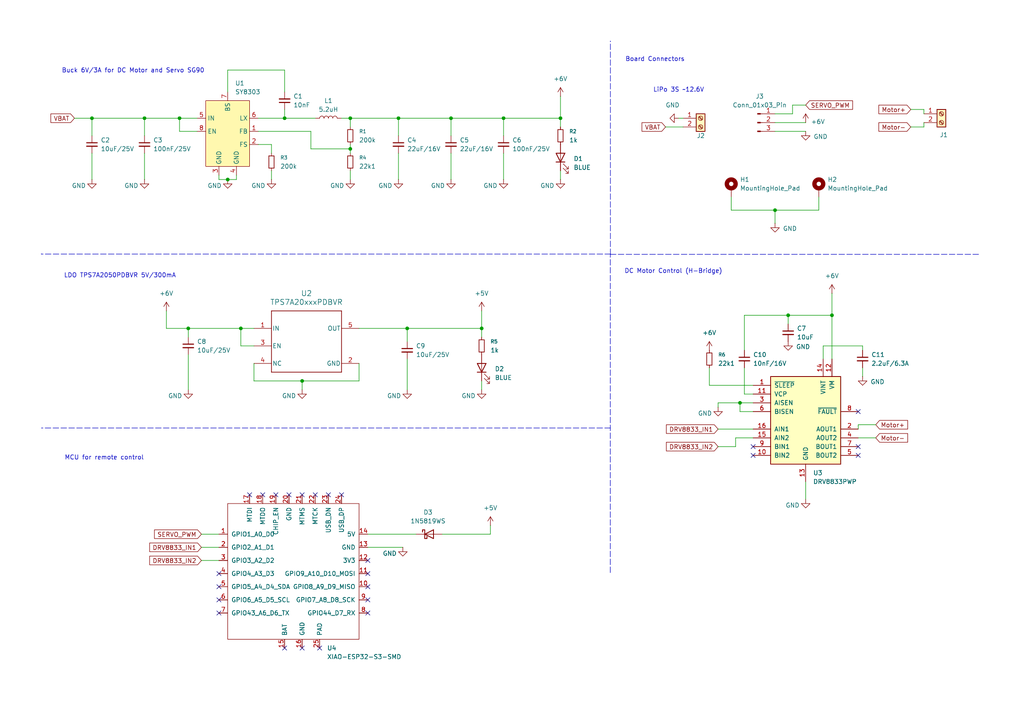
<source format=kicad_sch>
(kicad_sch (version 20250114) (generator "eeschema") (generator_version "9.0")
  (paper "A4")
  (title_block (title "Favorit Control Board") (rev "Rev1"))
  (lib_symbols
    (symbol "Connector:Conn_01x03_Pin" (pin_names (offset 1.016) (hide yes))
      (property "Reference" "J" (at 0 5.08 0))
      (property "Value" "Conn_01x03_Pin" (at 0 -5.08 0))
      (symbol "Conn_01x03_Pin_1_1"
        (rectangle (start 0.8636 2.667) (end 0 2.413) (stroke (width 0.1524)) (fill (type outline)))
        (rectangle (start 0.8636 0.127) (end 0 -0.127) (stroke (width 0.1524)) (fill (type outline)))
        (rectangle (start 0.8636 -2.413) (end 0 -2.667) (stroke (width 0.1524)) (fill (type outline)))
        (polyline (pts (xy 1.27 2.54) (xy 0.8636 2.54)) (stroke (width 0.1524)))
        (polyline (pts (xy 1.27 0) (xy 0.8636 0)) (stroke (width 0.1524)))
        (polyline (pts (xy 1.27 -2.54) (xy 0.8636 -2.54)) (stroke (width 0.1524)))
        (pin passive line (at 5.08 2.54 180) (length 3.81) (name "Pin_1") (number "1"))
        (pin passive line (at 5.08 0 180) (length 3.81) (name "Pin_2") (number "2"))
        (pin passive line (at 5.08 -2.54 180) (length 3.81) (name "Pin_3") (number "3"))
      )
    )
    (symbol "Connector:Screw_Terminal_01x02" (pin_names (offset 1.016) (hide yes))
      (property "Reference" "J" (at 0 2.54 0))
      (property "Value" "Screw_Terminal_01x02" (at 0 -5.08 0))
      (symbol "Screw_Terminal_01x02_1_1"
        (rectangle (start -1.27 1.27) (end 1.27 -3.81) (stroke (width 0.254)) (fill (type background)))
        (polyline (pts (xy -0.5334 0.3302) (xy 0.3302 -0.508)) (stroke (width 0.1524)))
        (polyline (pts (xy -0.5334 -2.2098) (xy 0.3302 -3.048)) (stroke (width 0.1524)))
        (polyline (pts (xy -0.3556 0.508) (xy 0.508 -0.3302)) (stroke (width 0.1524)))
        (polyline (pts (xy -0.3556 -2.032) (xy 0.508 -2.8702)) (stroke (width 0.1524)))
        (circle (center 0 0) (radius 0.635) (stroke (width 0.1524)))
        (circle (center 0 -2.54) (radius 0.635) (stroke (width 0.1524)))
        (pin passive line (at -5.08 0 0) (length 3.81) (name "Pin_1") (number "1"))
        (pin passive line (at -5.08 -2.54 0) (length 3.81) (name "Pin_2") (number "2"))
      )
    )
    (symbol "Device:C_Small" (pin_numbers (hide yes)) (pin_names (offset 0.254) (hide yes))
      (property "Reference" "C" (at 0.254 1.778 0))
      (property "Value" "C_Small" (at 0.254 -2.032 0))
      (symbol "C_Small_0_1"
        (polyline (pts (xy -1.524 0.508) (xy 1.524 0.508)) (stroke (width 0.3048)))
        (polyline (pts (xy -1.524 -0.508) (xy 1.524 -0.508)) (stroke (width 0.3302)))
      )
      (symbol "C_Small_1_1"
        (pin passive line (at 0 2.54 270) (length 2.032) (name "~") (number "1"))
        (pin passive line (at 0 -2.54 90) (length 2.032) (name "~") (number "2"))
      )
    )
    (symbol "Device:L" (pin_numbers (hide yes)) (pin_names (offset 1.016) (hide yes))
      (property "Reference" "L" (at -1.27 0 90))
      (property "Value" "L" (at 1.905 0 90))
      (symbol "L_0_1"
        (arc (start 0 2.54) (mid 0.6323 1.905) (end 0 1.27))
        (arc (start 0 1.27) (mid 0.6323 0.635) (end 0 0))
        (arc (start 0 0) (mid 0.6323 -0.635) (end 0 -1.27))
        (arc (start 0 -1.27) (mid 0.6323 -1.905) (end 0 -2.54))
      )
      (symbol "L_1_1"
        (pin passive line (at 0 3.81 270) (length 1.27) (name "1") (number "1"))
        (pin passive line (at 0 -3.81 90) (length 1.27) (name "2") (number "2"))
      )
    )
    (symbol "Device:LED" (pin_numbers (hide yes)) (pin_names (offset 1.016) (hide yes))
      (property "Reference" "D" (at 0 2.54 0))
      (property "Value" "LED" (at 0 -2.54 0))
      (symbol "LED_0_1"
        (polyline (pts (xy -3.048 -0.762) (xy -4.572 -2.286) (xy -3.81 -2.286) (xy -4.572 -2.286) (xy -4.572 -1.524)))
        (polyline (pts (xy -1.778 -0.762) (xy -3.302 -2.286) (xy -2.54 -2.286) (xy -3.302 -2.286) (xy -3.302 -1.524)))
        (polyline (pts (xy -1.27 0) (xy 1.27 0)))
        (polyline (pts (xy -1.27 -1.27) (xy -1.27 1.27)) (stroke (width 0.254)))
        (polyline (pts (xy 1.27 -1.27) (xy 1.27 1.27) (xy -1.27 0) (xy 1.27 -1.27)) (stroke (width 0.254)))
      )
      (symbol "LED_1_1"
        (pin passive line (at -3.81 0 0) (length 2.54) (name "K") (number "1"))
        (pin passive line (at 3.81 0 180) (length 2.54) (name "A") (number "2"))
      )
    )
    (symbol "Device:R_Small" (pin_numbers (hide yes)) (pin_names (offset 0.254) (hide yes))
      (property "Reference" "R" (at 0 0 90))
      (property "Value" "R_Small" (at 1.778 0 90))
      (symbol "R_Small_0_1"
        (rectangle (start -0.762 1.778) (end 0.762 -1.778) (stroke (width 0.2032)))
      )
      (symbol "R_Small_1_1"
        (pin passive line (at 0 2.54 270) (length 0.762) (name "~") (number "1"))
        (pin passive line (at 0 -2.54 90) (length 0.762) (name "~") (number "2"))
      )
    )
    (symbol "Diode:1N5819WS" (pin_numbers (hide yes)) (pin_names (offset 1.016) (hide yes))
      (property "Reference" "D" (at 0 2.54 0))
      (property "Value" "1N5819WS" (at 0 -2.54 0))
      (symbol "1N5819WS_0_1"
        (polyline (pts (xy -1.905 0.635) (xy -1.905 1.27) (xy -1.27 1.27) (xy -1.27 -1.27) (xy -0.635 -1.27) (xy -0.635 -0.635)) (stroke (width 0.254)))
        (polyline (pts (xy 1.27 1.27) (xy 1.27 -1.27) (xy -1.27 0) (xy 1.27 1.27)) (stroke (width 0.254)))
        (polyline (pts (xy 1.27 0) (xy -1.27 0)))
      )
      (symbol "1N5819WS_1_1"
        (pin passive line (at -3.81 0 0) (length 2.54) (name "K") (number "1"))
        (pin passive line (at 3.81 0 180) (length 2.54) (name "A") (number "2"))
      )
    )
    (symbol "Driver_Motor:DRV8833PWP" (pin_names (offset 1.016))
      (property "Reference" "U" (at -3.81 16.51 0))
      (property "Value" "DRV8833PWP" (at -3.81 13.97 0))
      (symbol "DRV8833PWP_0_1"
        (rectangle (start -10.16 12.7) (end 10.16 -12.7) (stroke (width 0.254)) (fill (type background)))
      )
      (symbol "DRV8833PWP_1_1"
        (pin input line (at -15.24 10.16 0) (length 5.08) (name "~{SLEEP}") (number "1"))
        (pin bidirectional line (at -15.24 7.62 0) (length 5.08) (name "VCP") (number "11"))
        (pin bidirectional line (at -15.24 5.08 0) (length 5.08) (name "AISEN") (number "3"))
        (pin bidirectional line (at -15.24 2.54 0) (length 5.08) (name "BISEN") (number "6"))
        (pin input line (at -15.24 -2.54 0) (length 5.08) (name "AIN1") (number "16"))
        (pin input line (at -15.24 -5.08 0) (length 5.08) (name "AIN2") (number "15"))
        (pin input line (at -15.24 -7.62 0) (length 5.08) (name "BIN1") (number "9"))
        (pin input line (at -15.24 -10.16 0) (length 5.08) (name "BIN2") (number "10"))
        (pin power_in line (at 0 -17.78 90) (length 5.08) (name "GND") (number "13"))
        (pin passive line (at 0 -17.78 90) (length 5.08) (hide yes) (name "GND") (number "17"))
        (pin power_in line (at 5.08 17.78 270) (length 5.08) (name "VINT") (number "14"))
        (pin power_in line (at 7.62 17.78 270) (length 5.08) (name "VM") (number "12"))
        (pin open_collector line (at 15.24 2.54 180) (length 5.08) (name "~{FAULT}") (number "8"))
        (pin power_out line (at 15.24 -2.54 180) (length 5.08) (name "AOUT1") (number "2"))
        (pin power_out line (at 15.24 -5.08 180) (length 5.08) (name "AOUT2") (number "4"))
        (pin power_out line (at 15.24 -7.62 180) (length 5.08) (name "BOUT1") (number "7"))
        (pin power_out line (at 15.24 -10.16 180) (length 5.08) (name "BOUT2") (number "5"))
      )
    )
    (symbol "Mechanical:MountingHole_Pad" (pin_numbers (hide yes)) (pin_names (offset 1.016) (hide yes)) (in_bom no)
      (property "Reference" "H" (at 0 6.35 0))
      (property "Value" "MountingHole_Pad" (at 0 4.445 0))
      (symbol "MountingHole_Pad_0_1"
        (circle (center 0 1.27) (radius 1.27) (stroke (width 1.27)))
      )
      (symbol "MountingHole_Pad_1_1"
        (pin input line (at 0 -2.54 90) (length 2.54) (name "1") (number "1"))
      )
    )
    (symbol "MyOwnSymbolLib:SY8303"
      (property "Reference" "U1" (at 2.1433 11.43 0))
      (property "Value" "SY8303" (at 2.1433 8.89 0))
      (symbol "SY8303_0_1"
        (rectangle (start -6.35 6.35) (end 6.35 -12.7) (fill (type color) (color 255 248 175 1)))
      )
      (symbol "SY8303_1_1"
        (pin input line (at -8.89 1.27 0) (length 2.54) (name "IN") (number "5"))
        (pin input line (at -8.89 -2.54 0) (length 2.54) (name "EN") (number "8"))
        (pin input line (at -2.54 -15.24 90) (length 2.54) (name "GND") (number "3"))
        (pin input line (at 0 8.89 270) (length 2.54) (name "BS") (number "7"))
        (pin input line (at 2.54 -15.24 90) (length 2.54) (name "GND") (number "4"))
        (pin input line (at 8.89 1.27 180) (length 2.54) (name "LX") (number "6"))
        (pin input line (at 8.89 -2.54 180) (length 2.54) (name "FB") (number "1"))
        (pin input line (at 8.89 -6.35 180) (length 2.54) (name "FS") (number "2"))
      )
    )
    (symbol "Seeed_Studio_XIAO_Series:XIAO-ESP32-S3-SMD" (pin_names (offset 1.016))
      (property "Reference" "U" (at -18.542 23.114 0))
      (property "Value" "XIAO-ESP32-S3-SMD" (at -8.382 21.336 0))
      (symbol "XIAO-ESP32-S3-SMD_0_1"
        (rectangle (start 19.05 -19.05) (end -19.05 20.32))
      )
      (symbol "XIAO-ESP32-S3-SMD_1_1"
        (pin passive line (at -21.59 11.43 0) (length 2.54) (name "GPIO1_A0_D0") (number "1"))
        (pin passive line (at -21.59 7.62 0) (length 2.54) (name "GPIO2_A1_D1") (number "2"))
        (pin passive line (at -21.59 3.81 0) (length 2.54) (name "GPIO3_A2_D2") (number "3"))
        (pin passive line (at -21.59 0 0) (length 2.54) (name "GPIO4_A3_D3") (number "4"))
        (pin passive line (at -21.59 -3.81 0) (length 2.54) (name "GPIO5_A4_D4_SDA") (number "5"))
        (pin passive line (at -21.59 -7.62 0) (length 2.54) (name "GPIO6_A5_D5_SCL") (number "6"))
        (pin passive line (at -21.59 -11.43 0) (length 2.54) (name "GPIO43_A6_D6_TX") (number "7"))
        (pin passive line (at -12.7 22.86 270) (length 2.54) (name "MTDI") (number "17"))
        (pin passive line (at -8.89 22.86 270) (length 2.54) (name "MTDO") (number "18"))
        (pin passive line (at -5.08 22.86 270) (length 2.54) (name "CHIP_EN") (number "19"))
        (pin passive line (at -2.54 -21.59 90) (length 2.54) (name "BAT") (number "15"))
        (pin passive line (at -1.27 22.86 270) (length 2.54) (name "GND") (number "20"))
        (pin passive line (at 2.54 22.86 270) (length 2.54) (name "MTMS") (number "21"))
        (pin passive line (at 2.54 -21.59 90) (length 2.54) (name "GND") (number "16"))
        (pin passive line (at 6.35 22.86 270) (length 2.54) (name "MTCK") (number "22"))
        (pin passive line (at 7.62 -21.59 90) (length 2.54) (name "PAD") (number "25"))
        (pin passive line (at 10.16 22.86 270) (length 2.54) (name "USB_DN") (number "23"))
        (pin passive line (at 13.97 22.86 270) (length 2.54) (name "USB_DP") (number "24"))
        (pin passive line (at 21.59 11.43 180) (length 2.54) (name "5V") (number "14"))
        (pin passive line (at 21.59 7.62 180) (length 2.54) (name "GND") (number "13"))
        (pin passive line (at 21.59 3.81 180) (length 2.54) (name "3V3") (number "12"))
        (pin passive line (at 21.59 0 180) (length 2.54) (name "GPIO9_A10_D10_MOSI") (number "11"))
        (pin passive line (at 21.59 -3.81 180) (length 2.54) (name "GPIO8_A9_D9_MISO") (number "10"))
        (pin passive line (at 21.59 -7.62 180) (length 2.54) (name "GPIO7_A8_D8_SCK") (number "9"))
        (pin passive line (at 21.59 -11.43 180) (length 2.54) (name "GPIO44_D7_RX") (number "8"))
      )
    )
    (symbol "TPS7A20:TPS7A2033PDBVR" (pin_names (offset 0.254))
      (property "Reference" "U2" (at 15.24 10.16 0))
      (property "Value" "TPS7A20xxxPDBVR" (at 15.24 7.62 0))
      (symbol "TPS7A2033PDBVR_0_1"
        (polyline (pts (xy 5.08 5.08) (xy 5.08 -12.7)) (stroke (width 0.2032)))
        (polyline (pts (xy 5.08 -12.7) (xy 25.4 -12.7)) (stroke (width 0.2032)))
        (polyline (pts (xy 25.4 5.08) (xy 5.08 5.08)) (stroke (width 0.2032)))
        (polyline (pts (xy 25.4 -12.7) (xy 25.4 5.08)) (stroke (width 0.2032)))
        (pin power_in line (at 0 0 0) (length 5.08) (name "IN") (number "1"))
        (pin input line (at 0 -5.08 0) (length 5.08) (name "EN") (number "3"))
      )
      (symbol "TPS7A2033PDBVR_1_1"
        (pin input line (at 0 -10.16 0) (length 5.08) (name "NC") (number "4"))
        (pin power_out line (at 30.48 0 180) (length 5.08) (name "OUT") (number "5"))
        (pin input line (at 30.48 -10.16 180) (length 5.08) (name "GND") (number "2"))
      )
    )
    (symbol "power:+5V" (power) (pin_numbers (hide yes)) (pin_names (offset 0) (hide yes))
      (property "Value" "+5V" (at 0 3.556 0))
      (symbol "+5V_0_1"
        (polyline (pts (xy -0.762 1.27) (xy 0 2.54)))
        (polyline (pts (xy 0 2.54) (xy 0.762 1.27)))
        (polyline (pts (xy 0 0) (xy 0 2.54)))
      )
      (symbol "+5V_1_1"
        (pin power_in line (at 0 0 90) (length 0) (name "~") (number "1"))
      )
    )
    (symbol "power:+6V" (power) (pin_numbers (hide yes)) (pin_names (offset 0) (hide yes))
      (property "Value" "+6V" (at 0 3.556 0))
      (symbol "+6V_0_1"
        (polyline (pts (xy -0.762 1.27) (xy 0 2.54)))
        (polyline (pts (xy 0 2.54) (xy 0.762 1.27)))
        (polyline (pts (xy 0 0) (xy 0 2.54)))
      )
      (symbol "+6V_1_1"
        (pin power_in line (at 0 0 90) (length 0) (name "~") (number "1"))
      )
    )
    (symbol "power:GND" (power) (pin_numbers (hide yes)) (pin_names (offset 0) (hide yes))
      (property "Value" "GND" (at 0 -3.81 0))
      (symbol "GND_0_1"
        (polyline (pts (xy 0 0) (xy 0 -1.27) (xy 1.27 -1.27) (xy 0 -2.54) (xy -1.27 -1.27) (xy 0 -1.27)))
      )
      (symbol "GND_1_1"
        (pin power_in line (at 0 0 270) (length 0) (name "~") (number "1"))
      )
    )
  )
  (text "Buck 6V/3A for DC Motor and Servo SG90" (at 38.608 20.574 0) (effects (font (size 1.27 1.27))))
  (text "DC Motor Control (H-Bridge)\n" (at 195.326 78.74 0) (effects (font (size 1.27 1.27))))
  (text "LDO TPS7A2050PDBVR 5V/300mA" (at 34.798 80.01 0) (effects (font (size 1.27 1.27))))
  (text "Board Connectors" (at 189.992 17.272 0) (effects (font (size 1.27 1.27))))
  (text "MCU for remote control " (at 30.734 132.842 0) (effects (font (size 1.27 1.27))))
  (text "LiPo 3S ~12.6V" (at 196.85 26.162 0) (effects (font (size 1.27 1.27))))
  (junction (at 101.6 34.29))
  (junction (at 82.55 34.29))
  (junction (at 139.7 95.25))
  (junction (at 162.56 34.29))
  (junction (at 146.05 34.29))
  (junction (at 41.91 34.29))
  (junction (at 54.61 95.25))
  (junction (at 224.79 60.96))
  (junction (at 214.63 116.84))
  (junction (at 130.81 34.29))
  (junction (at 228.6 91.44))
  (junction (at 66.04 52.07))
  (junction (at 69.85 95.25))
  (junction (at 101.6 43.18))
  (junction (at 241.3 91.44))
  (junction (at 26.67 34.29))
  (junction (at 52.07 34.29))
  (junction (at 118.11 95.25))
  (junction (at 87.63 110.49))
  (junction (at 115.57 34.29))
  (no_connect (at 248.92 119.38))
  (no_connect (at 106.68 166.37))
  (no_connect (at 106.68 177.8))
  (no_connect (at 248.92 132.08))
  (no_connect (at 91.44 143.51))
  (no_connect (at 106.68 173.99))
  (no_connect (at 106.68 162.56))
  (no_connect (at 218.44 129.54))
  (no_connect (at 80.01 143.51))
  (no_connect (at 92.71 187.96))
  (no_connect (at 218.44 132.08))
  (no_connect (at 82.55 187.96))
  (no_connect (at 63.5 170.18))
  (no_connect (at 95.25 143.51))
  (no_connect (at 76.2 143.51))
  (no_connect (at 72.39 143.51))
  (no_connect (at 63.5 173.99))
  (no_connect (at 63.5 166.37))
  (no_connect (at 106.68 170.18))
  (no_connect (at 248.92 129.54))
  (no_connect (at 99.06 143.51))
  (no_connect (at 63.5 177.8))
  (no_connect (at 87.63 143.51))
  (no_connect (at 83.82 143.51))
  (no_connect (at 87.63 187.96))
  (wire (pts (xy 215.9 114.3) (xy 215.9 106.68)))
  (wire (pts (xy 41.91 34.29) (xy 52.07 34.29)))
  (wire (pts (xy 215.9 91.44) (xy 215.9 101.6)))
  (wire (pts (xy 68.58 52.07) (xy 66.04 52.07)))
  (wire (pts (xy 99.06 34.29) (xy 101.6 34.29)))
  (wire (pts (xy 118.11 95.25) (xy 139.7 95.25)))
  (wire (pts (xy 115.57 34.29) (xy 115.57 39.37)))
  (wire (pts (xy 218.44 114.3) (xy 215.9 114.3)))
  (wire (pts (xy 128.27 154.94) (xy 142.24 154.94)))
  (wire (pts (xy 104.14 95.25) (xy 118.11 95.25)))
  (wire (pts (xy 233.68 139.7) (xy 233.68 144.78)))
  (wire (pts (xy 162.56 49.53) (xy 162.56 52.07)))
  (wire (pts (xy 118.11 95.25) (xy 118.11 99.06)))
  (wire (pts (xy 241.3 85.09) (xy 241.3 91.44)))
  (wire (pts (xy 229.87 30.48) (xy 233.68 30.48)))
  (wire (pts (xy 212.09 57.15) (xy 212.09 60.96)))
  (wire (pts (xy 228.6 93.98) (xy 228.6 91.44)))
  (wire (pts (xy 74.93 34.29) (xy 82.55 34.29)))
  (wire (pts (xy 142.24 152.4) (xy 142.24 154.94)))
  (wire (pts (xy 214.63 119.38) (xy 218.44 119.38)))
  (wire (pts (xy 267.97 36.83) (xy 267.97 35.56)))
  (wire (pts (xy 90.17 38.1) (xy 90.17 43.18)))
  (wire (pts (xy 48.26 90.17) (xy 48.26 95.25)))
  (wire (pts (xy 115.57 34.29) (xy 130.81 34.29)))
  (polyline (pts (xy 177.0166 11.9295) (xy 177.0453 11.9295)) (stroke (width 0) (type dash)))
  (wire (pts (xy 250.19 100.33) (xy 250.19 101.6)))
  (wire (pts (xy 214.63 116.84) (xy 214.63 119.38)))
  (wire (pts (xy 106.68 158.75) (xy 116.84 158.75)))
  (wire (pts (xy 139.7 110.49) (xy 139.7 113.03)))
  (wire (pts (xy 205.74 111.76) (xy 205.74 106.68)))
  (wire (pts (xy 78.74 44.45) (xy 78.74 41.91)))
  (wire (pts (xy 250.19 106.68) (xy 250.19 109.22)))
  (wire (pts (xy 73.66 100.33) (xy 69.85 100.33)))
  (wire (pts (xy 57.15 38.1) (xy 52.07 38.1)))
  (wire (pts (xy 68.58 50.8) (xy 68.58 52.07)))
  (wire (pts (xy 146.05 44.45) (xy 146.05 52.07)))
  (wire (pts (xy 73.66 110.49) (xy 87.63 110.49)))
  (wire (pts (xy 118.11 104.14) (xy 118.11 113.03)))
  (wire (pts (xy 74.93 38.1) (xy 90.17 38.1)))
  (wire (pts (xy 248.92 127) (xy 254 127)))
  (wire (pts (xy 215.9 91.44) (xy 228.6 91.44)))
  (wire (pts (xy 106.68 154.94) (xy 120.65 154.94)))
  (wire (pts (xy 41.91 34.29) (xy 41.91 39.37)))
  (wire (pts (xy 101.6 43.18) (xy 101.6 44.45)))
  (wire (pts (xy 58.42 154.94) (xy 63.5 154.94)))
  (wire (pts (xy 208.28 124.46) (xy 218.44 124.46)))
  (wire (pts (xy 264.16 31.75) (xy 267.97 31.75)))
  (wire (pts (xy 224.79 35.56) (xy 233.68 35.56)))
  (wire (pts (xy 238.76 104.14) (xy 238.76 100.33)))
  (wire (pts (xy 101.6 34.29) (xy 115.57 34.29)))
  (wire (pts (xy 82.55 31.75) (xy 82.55 34.29)))
  (wire (pts (xy 241.3 91.44) (xy 241.3 104.14)))
  (wire (pts (xy 52.07 34.29) (xy 57.15 34.29)))
  (wire (pts (xy 66.04 20.32) (xy 66.04 26.67)))
  (polyline (pts (xy 177.0051 166.0838) (xy 177.0051 73.7641)) (stroke (width 0) (type dash)))
  (polyline (pts (xy 12.0659 124.1358) (xy 12.0659 124.1567)) (stroke (width 0) (type dash)))
  (wire (pts (xy 48.26 95.25) (xy 54.61 95.25)))
  (wire (pts (xy 162.56 34.29) (xy 162.56 36.83)))
  (wire (pts (xy 212.09 60.96) (xy 224.79 60.96)))
  (wire (pts (xy 69.85 100.33) (xy 69.85 95.25)))
  (wire (pts (xy 238.76 100.33) (xy 250.19 100.33)))
  (wire (pts (xy 264.16 36.83) (xy 267.97 36.83)))
  (wire (pts (xy 213.36 127) (xy 213.36 129.54)))
  (wire (pts (xy 66.04 52.07) (xy 63.5 52.07)))
  (wire (pts (xy 224.79 33.02) (xy 229.87 33.02)))
  (wire (pts (xy 54.61 95.25) (xy 54.61 97.79)))
  (wire (pts (xy 224.79 38.1) (xy 233.68 38.1)))
  (wire (pts (xy 196.85 34.29) (xy 198.12 34.29)))
  (wire (pts (xy 63.5 52.07) (xy 63.5 50.8)))
  (polyline (pts (xy 177.0051 73.7641) (xy 284.2842 73.764)) (stroke (width 0) (type dash)))
  (wire (pts (xy 130.81 34.29) (xy 130.81 39.37)))
  (wire (pts (xy 208.28 116.84) (xy 208.28 118.11)))
  (wire (pts (xy 73.66 105.41) (xy 73.66 110.49)))
  (wire (pts (xy 248.92 123.19) (xy 248.92 124.46)))
  (wire (pts (xy 101.6 41.91) (xy 101.6 43.18)))
  (wire (pts (xy 229.87 33.02) (xy 229.87 30.48)))
  (wire (pts (xy 90.17 43.18) (xy 101.6 43.18)))
  (wire (pts (xy 78.74 49.53) (xy 78.74 52.07)))
  (wire (pts (xy 41.91 44.45) (xy 41.91 52.07)))
  (wire (pts (xy 228.6 91.44) (xy 241.3 91.44)))
  (wire (pts (xy 101.6 36.83) (xy 101.6 34.29)))
  (polyline (pts (xy 177.0453 73.8532) (xy 177.0453 11.9295)) (stroke (width 0) (type dash)))
  (wire (pts (xy 139.7 90.17) (xy 139.7 95.25)))
  (wire (pts (xy 104.14 105.41) (xy 104.14 110.49)))
  (wire (pts (xy 58.42 158.75) (xy 63.5 158.75)))
  (wire (pts (xy 130.81 44.45) (xy 130.81 52.07)))
  (wire (pts (xy 82.55 20.32) (xy 66.04 20.32)))
  (wire (pts (xy 101.6 49.53) (xy 101.6 52.07)))
  (wire (pts (xy 162.56 27.94) (xy 162.56 34.29)))
  (polyline (pts (xy 12.0089 73.6048) (xy 12.0089 73.6875)) (stroke (width 0) (type dash)))
  (wire (pts (xy 82.55 34.29) (xy 91.44 34.29)))
  (wire (pts (xy 213.36 129.54) (xy 208.28 129.54)))
  (wire (pts (xy 54.61 95.25) (xy 69.85 95.25)))
  (wire (pts (xy 193.04 36.83) (xy 198.12 36.83)))
  (wire (pts (xy 139.7 95.25) (xy 139.7 97.79)))
  (wire (pts (xy 218.44 116.84) (xy 214.63 116.84)))
  (wire (pts (xy 58.42 162.56) (xy 63.5 162.56)))
  (wire (pts (xy 146.05 34.29) (xy 162.56 34.29)))
  (wire (pts (xy 87.63 110.49) (xy 87.63 113.03)))
  (wire (pts (xy 54.61 102.87) (xy 54.61 113.03)))
  (wire (pts (xy 224.79 60.96) (xy 224.79 64.77)))
  (wire (pts (xy 82.55 26.67) (xy 82.55 20.32)))
  (wire (pts (xy 52.07 34.29) (xy 52.07 38.1)))
  (wire (pts (xy 146.05 34.29) (xy 146.05 39.37)))
  (wire (pts (xy 87.63 110.49) (xy 104.14 110.49)))
  (wire (pts (xy 26.67 34.29) (xy 26.67 39.37)))
  (wire (pts (xy 115.57 44.45) (xy 115.57 52.07)))
  (wire (pts (xy 130.81 34.29) (xy 146.05 34.29)))
  (wire (pts (xy 224.79 60.96) (xy 237.49 60.96)))
  (wire (pts (xy 267.97 31.75) (xy 267.97 33.02)))
  (wire (pts (xy 254 123.19) (xy 248.92 123.19)))
  (wire (pts (xy 26.67 44.45) (xy 26.67 52.07)))
  (wire (pts (xy 237.49 60.96) (xy 237.49 57.15)))
  (polyline (pts (xy 177.1108 73.6875) (xy 12.0089 73.6875)) (stroke (width 0) (type dash)))
  (wire (pts (xy 78.74 41.91) (xy 74.93 41.91)))
  (polyline (pts (xy 177.0634 124.1358) (xy 12.0659 124.1358)) (stroke (width 0) (type dash)))
  (wire (pts (xy 208.28 116.84) (xy 214.63 116.84)))
  (wire (pts (xy 69.85 95.25) (xy 73.66 95.25)))
  (wire (pts (xy 26.67 34.29) (xy 41.91 34.29)))
  (wire (pts (xy 205.74 111.76) (xy 218.44 111.76)))
  (wire (pts (xy 218.44 127) (xy 213.36 127)))
  (wire (pts (xy 21.59 34.29) (xy 26.67 34.29)))
  (global_label "SERVO_PWM" (shape input) (at 58.42 154.94 180) (property "Intersheetrefs" "${INTERSHEET_REFS}" (effects (hide yes))))
  (global_label "DRV8833_IN2" (shape input) (at 58.42 162.56 180) (property "Intersheetrefs" "${INTERSHEET_REFS}" (effects (hide yes))))
  (global_label "SERVO_PWM" (shape input) (at 233.68 30.48 0) (property "Intersheetrefs" "${INTERSHEET_REFS}" (effects (hide yes))))
  (global_label "VBAT" (shape input) (at 193.04 36.83 180) (property "Intersheetrefs" "${INTERSHEET_REFS}" (effects (hide yes))))
  (global_label "Motor-" (shape input) (at 264.16 36.83 180) (property "Intersheetrefs" "${INTERSHEET_REFS}" (effects (hide yes))))
  (global_label "Motor+" (shape input) (at 264.16 31.75 180) (property "Intersheetrefs" "${INTERSHEET_REFS}" (effects (hide yes))))
  (global_label "DRV8833_IN1" (shape input) (at 208.28 124.46 180) (property "Intersheetrefs" "${INTERSHEET_REFS}" (effects (hide yes))))
  (global_label "Motor+" (shape input) (at 254 123.19 0) (property "Intersheetrefs" "${INTERSHEET_REFS}" (effects (hide yes))))
  (global_label "DRV8833_IN2" (shape input) (at 208.28 129.54 180) (property "Intersheetrefs" "${INTERSHEET_REFS}" (effects (hide yes))))
  (global_label "VBAT" (shape input) (at 21.59 34.29 180) (property "Intersheetrefs" "${INTERSHEET_REFS}" (effects (hide yes))))
  (global_label "Motor-" (shape input) (at 254 127 0) (property "Intersheetrefs" "${INTERSHEET_REFS}" (effects (hide yes))))
  (global_label "DRV8833_IN1" (shape input) (at 58.42 158.75 180) (property "Intersheetrefs" "${INTERSHEET_REFS}" (effects (hide yes))))
  (symbol (lib_id "Device:C_Small") (at 130.81 41.91 0) (unit 1)
    (property "Reference" "C5" (at 133.35 40.6462 0) (effects (justify left)))
    (property "Value" "22uF/16V" (at 133.35 43.1862 0) (effects (justify left)))
    (property "Footprint" "Capacitor_SMD:C_1206_3216Metric" (effects (hide yes)))
    (property "Description" "Unpolarized capacitor, small symbol" (effects (hide yes)))
  )
  (symbol (lib_id "Device:R_Small") (at 101.6 39.37 0) (unit 1)
    (property "Reference" "R1" (at 104.14 38.0999 0) (effects (font (size 1.016 1.016)) (justify left)))
    (property "Value" "200k" (at 104.14 40.6399 0) (effects (justify left)))
    (property "Footprint" "Resistor_SMD:R_0805_2012Metric" (effects (hide yes)))
    (property "Description" "Resistor, small symbol" (effects (hide yes)))
  )
  (symbol (lib_id "power:GND") (at 116.84 158.75 0) (mirror y) (unit 1)
    (property "Reference" "#PWR027" (effects (hide yes)))
    (property "Value" "GND" (at 113.03 160.528 0))
    (property "Description" "Power symbol creates a global label with name \"GND\" , ground" (effects (hide yes)))
  )
  (symbol (lib_id "power:GND") (at 26.67 52.07 0) (mirror y) (unit 1)
    (property "Reference" "#PWR05" (effects (hide yes)))
    (property "Value" "GND" (at 22.86 53.848 0))
    (property "Description" "Power symbol creates a global label with name \"GND\" , ground" (effects (hide yes)))
  )
  (symbol (lib_id "power:GND") (at 101.6 52.07 0) (mirror y) (unit 1)
    (property "Reference" "#PWR09" (effects (hide yes)))
    (property "Value" "GND" (at 97.79 53.848 0))
    (property "Description" "Power symbol creates a global label with name \"GND\" , ground" (effects (hide yes)))
  )
  (symbol (lib_id "power:GND") (at 162.56 52.07 0) (mirror y) (unit 1)
    (property "Reference" "#PWR013" (effects (hide yes)))
    (property "Value" "GND" (at 158.75 53.848 0))
    (property "Description" "Power symbol creates a global label with name \"GND\" , ground" (effects (hide yes)))
  )
  (symbol (lib_id "Device:C_Small") (at 26.67 41.91 0) (unit 1)
    (property "Reference" "C2" (at 29.21 40.6462 0) (effects (justify left)))
    (property "Value" "10uF/25V" (at 29.21 43.1862 0) (effects (justify left)))
    (property "Footprint" "Capacitor_SMD:C_1206_3216Metric" (effects (hide yes)))
    (property "Description" "Unpolarized capacitor, small symbol" (effects (hide yes)))
  )
  (symbol (lib_id "power:+6V") (at 233.68 35.56 0) (unit 1)
    (property "Reference" "#PWR03" (effects (hide yes)))
    (property "Value" "+6V" (at 237.236 35.306 0))
    (property "Description" "Power symbol creates a global label with name \"+6V\"" (effects (hide yes)))
  )
  (symbol (lib_id "Connector:Conn_01x03_Pin") (at 219.71 35.56 0) (unit 1)
    (property "Reference" "J3" (at 220.345 27.94 0))
    (property "Value" "Conn_01x03_Pin" (at 220.345 30.48 0))
    (property "Footprint" "Connector_PinHeader_2.54mm:PinHeader_1x03_P2.54mm_Vertical" (effects (hide yes)))
    (property "Description" "Generic connector, single row, 01x03, script generated" (effects (hide yes)))
  )
  (symbol (lib_id "power:GND") (at 66.04 52.07 0) (mirror y) (unit 1)
    (property "Reference" "#PWR07" (effects (hide yes)))
    (property "Value" "GND" (at 62.23 53.848 0))
    (property "Description" "Power symbol creates a global label with name \"GND\" , ground" (effects (hide yes)))
  )
  (symbol (lib_id "power:+5V") (at 139.7 90.17 0) (unit 1)
    (property "Reference" "#PWR016" (effects (hide yes)))
    (property "Value" "+5V" (at 139.7 85.09 0))
    (property "Description" "Power symbol creates a global label with name \"+5V\"" (effects (hide yes)))
  )
  (symbol (lib_id "power:GND") (at 224.79 64.77 0) (mirror y) (unit 1)
    (property "Reference" "#PWR028" (effects (hide yes)))
    (property "Value" "GND" (at 229.108 66.294 0))
    (property "Description" "Power symbol creates a global label with name \"GND\" , ground" (effects (hide yes)))
  )
  (symbol (lib_id "Mechanical:MountingHole_Pad") (at 212.09 54.61 0) (unit 1) (in_bom no)
    (property "Reference" "H1" (at 214.63 52.0699 0) (effects (justify left)))
    (property "Value" "MountingHole_Pad" (at 214.63 54.6099 0) (effects (justify left)))
    (property "Footprint" "MountingHole:MountingHole_2.2mm_M2_Pad" (effects (hide yes)))
    (property "Description" "Mounting Hole with connection" (effects (hide yes)))
  )
  (symbol (lib_id "Device:L") (at 95.25 34.29 90) (unit 1)
    (property "Reference" "L1" (at 95.25 29.21 90))
    (property "Value" "5.2uH" (at 95.25 31.75 90))
    (property "Footprint" "Inductor_SMD:L_SOREDE_SNR.1050_10x10x5mm" (effects (hide yes)))
    (property "Description" "Inductor" (effects (hide yes)))
  )
  (symbol (lib_id "Device:C_Small") (at 54.61 100.33 0) (unit 1)
    (property "Reference" "C8" (at 57.15 99.0662 0) (effects (justify left)))
    (property "Value" "10uF/25V" (at 57.15 101.6062 0) (effects (justify left)))
    (property "Footprint" "Capacitor_SMD:C_1206_3216Metric" (effects (hide yes)))
    (property "Description" "Unpolarized capacitor, small symbol" (effects (hide yes)))
  )
  (symbol (lib_id "Device:R_Small") (at 78.74 46.99 0) (unit 1)
    (property "Reference" "R3" (at 81.28 45.7199 0) (effects (font (size 1.016 1.016)) (justify left)))
    (property "Value" "200k" (at 81.28 48.2599 0) (effects (justify left)))
    (property "Footprint" "Resistor_SMD:R_0805_2012Metric" (effects (hide yes)))
    (property "Description" "Resistor, small symbol" (effects (hide yes)))
  )
  (symbol (lib_id "power:+6V") (at 162.56 27.94 0) (unit 1)
    (property "Reference" "#PWR01" (effects (hide yes)))
    (property "Value" "+6V" (at 162.56 22.86 0))
    (property "Description" "Power symbol creates a global label with name \"+6V\"" (effects (hide yes)))
  )
  (symbol (lib_id "Connector:Screw_Terminal_01x02") (at 273.05 33.02 0) (unit 1)
    (property "Reference" "J1" (at 272.542 39.116 0) (effects (justify left)))
    (property "Value" "Screw_Terminal_01x02" (effects (hide yes)))
    (property "Footprint" "Connector_PinHeader_2.54mm:PinHeader_1x02_P2.54mm_Vertical" (effects (hide yes)))
    (property "Description" "Generic screw terminal, single row, 01x02, script generated (kicad-library-utils/schlib/autogen/connector/)" (effects (hide yes)))
  )
  (symbol (lib_id "Connector:Screw_Terminal_01x02") (at 203.2 34.29 0) (unit 1)
    (property "Reference" "J2" (at 204.4701 39.37 0) (effects (justify right)))
    (property "Value" "Screw_Terminal_01x02" (effects (hide yes)))
    (property "Footprint" "Connector_AMASS:AMASS_XT30UPB-M_1x02_P5.0mm_Vertical" (effects (hide yes)))
    (property "Description" "Generic screw terminal, single row, 01x02, script generated (kicad-library-utils/schlib/autogen/connector/)" (effects (hide yes)))
  )
  (symbol (lib_id "power:GND") (at 146.05 52.07 0) (mirror y) (unit 1)
    (property "Reference" "#PWR012" (effects (hide yes)))
    (property "Value" "GND" (at 142.24 53.848 0))
    (property "Description" "Power symbol creates a global label with name \"GND\" , ground" (effects (hide yes)))
  )
  (symbol (lib_id "Device:R_Small") (at 162.56 39.37 0) (unit 1)
    (property "Reference" "R2" (at 165.1 38.0999 0) (effects (font (size 1.016 1.016)) (justify left)))
    (property "Value" "1k" (at 165.1 40.6399 0) (effects (justify left)))
    (property "Footprint" "Resistor_SMD:R_0603_1608Metric" (effects (hide yes)))
    (property "Description" "Resistor, small symbol" (effects (hide yes)))
  )
  (symbol (lib_id "power:GND") (at 228.6 99.06 0) (mirror y) (unit 1)
    (property "Reference" "#PWR017" (effects (hide yes)))
    (property "Value" "GND" (at 232.918 100.584 0))
    (property "Description" "Power symbol creates a global label with name \"GND\" , ground" (effects (hide yes)))
  )
  (symbol (lib_id "Device:C_Small") (at 215.9 104.14 0) (unit 1)
    (property "Reference" "C10" (at 218.44 102.8762 0) (effects (justify left)))
    (property "Value" "10nF/16V" (at 218.44 105.4162 0) (effects (justify left)))
    (property "Footprint" "Capacitor_SMD:C_0603_1608Metric" (effects (hide yes)))
    (property "Description" "Unpolarized capacitor, small symbol" (effects (hide yes)))
  )
  (symbol (lib_id "Device:C_Small") (at 118.11 101.6 0) (unit 1)
    (property "Reference" "C9" (at 120.65 100.3362 0) (effects (justify left)))
    (property "Value" "10uF/25V" (at 120.65 102.8762 0) (effects (justify left)))
    (property "Footprint" "Capacitor_SMD:C_1206_3216Metric" (effects (hide yes)))
    (property "Description" "Unpolarized capacitor, small symbol" (effects (hide yes)))
  )
  (symbol (lib_id "power:GND") (at 208.28 118.11 0) (mirror y) (unit 1)
    (property "Reference" "#PWR024" (effects (hide yes)))
    (property "Value" "GND" (at 204.47 119.888 0))
    (property "Description" "Power symbol creates a global label with name \"GND\" , ground" (effects (hide yes)))
  )
  (symbol (lib_id "power:+6V") (at 48.26 90.17 0) (unit 1)
    (property "Reference" "#PWR015" (effects (hide yes)))
    (property "Value" "+6V" (at 48.26 85.09 0))
    (property "Description" "Power symbol creates a global label with name \"+6V\"" (effects (hide yes)))
  )
  (symbol (lib_id "power:GND") (at 130.81 52.07 0) (mirror y) (unit 1)
    (property "Reference" "#PWR011" (effects (hide yes)))
    (property "Value" "GND" (at 127 53.848 0))
    (property "Description" "Power symbol creates a global label with name \"GND\" , ground" (effects (hide yes)))
  )
  (symbol (lib_id "power:GND") (at 233.68 144.78 0) (mirror y) (unit 1)
    (property "Reference" "#PWR025" (effects (hide yes)))
    (property "Value" "GND" (at 229.87 146.558 0))
    (property "Description" "Power symbol creates a global label with name \"GND\" , ground" (effects (hide yes)))
  )
  (symbol (lib_id "TPS7A20:TPS7A2033PDBVR") (at 73.66 95.25 0) (unit 1)
    (property "Reference" "U2" (at 88.9 85.09 0) (effects (font (size 1.524 1.524))))
    (property "Value" "TPS7A20xxxPDBVR" (at 88.9 87.63 0) (effects (font (size 1.524 1.524))))
    (property "Footprint" "Package_TO_SOT_SMD:SOT-23-5" (effects (hide yes)))
    (property "Datasheet" "TPS7A20" (effects (hide yes)))
  )
  (symbol (lib_id "Device:R_Small") (at 101.6 46.99 0) (unit 1)
    (property "Reference" "R4" (at 104.14 45.7199 0) (effects (font (size 1.016 1.016)) (justify left)))
    (property "Value" "22k1" (at 104.14 48.2599 0) (effects (justify left)))
    (property "Footprint" "Resistor_SMD:R_0805_2012Metric" (effects (hide yes)))
    (property "Description" "Resistor, small symbol" (effects (hide yes)))
  )
  (symbol (lib_id "power:GND") (at 250.19 109.22 0) (mirror y) (unit 1)
    (property "Reference" "#PWR019" (effects (hide yes)))
    (property "Value" "GND" (at 254.508 110.744 0))
    (property "Description" "Power symbol creates a global label with name \"GND\" , ground" (effects (hide yes)))
  )
  (symbol (lib_id "Device:R_Small") (at 139.7 100.33 0) (unit 1)
    (property "Reference" "R5" (at 142.24 99.0599 0) (effects (font (size 1.016 1.016)) (justify left)))
    (property "Value" "1k" (at 142.24 101.5999 0) (effects (justify left)))
    (property "Footprint" "Resistor_SMD:R_0603_1608Metric" (effects (hide yes)))
    (property "Description" "Resistor, small symbol" (effects (hide yes)))
  )
  (symbol (lib_id "power:+6V") (at 241.3 85.09 0) (unit 1)
    (property "Reference" "#PWR014" (effects (hide yes)))
    (property "Value" "+6V" (at 241.3 80.01 0))
    (property "Description" "Power symbol creates a global label with name \"+6V\"" (effects (hide yes)))
  )
  (symbol (lib_id "Device:C_Small") (at 115.57 41.91 0) (unit 1)
    (property "Reference" "C4" (at 118.11 40.6462 0) (effects (justify left)))
    (property "Value" "22uF/16V" (at 118.11 43.1862 0) (effects (justify left)))
    (property "Footprint" "Capacitor_SMD:C_1206_3216Metric" (effects (hide yes)))
    (property "Description" "Unpolarized capacitor, small symbol" (effects (hide yes)))
  )
  (symbol (lib_id "power:GND") (at 196.85 34.29 270) (mirror x) (unit 1)
    (property "Reference" "#PWR02" (effects (hide yes)))
    (property "Value" "GND" (at 195.072 30.48 90))
    (property "Description" "Power symbol creates a global label with name \"GND\" , ground" (effects (hide yes)))
  )
  (symbol (lib_id "power:GND") (at 139.7 113.03 0) (mirror y) (unit 1)
    (property "Reference" "#PWR023" (effects (hide yes)))
    (property "Value" "GND" (at 135.89 114.808 0))
    (property "Description" "Power symbol creates a global label with name \"GND\" , ground" (effects (hide yes)))
  )
  (symbol (lib_id "Device:C_Small") (at 228.6 96.52 0) (unit 1)
    (property "Reference" "C7" (at 231.14 95.2562 0) (effects (justify left)))
    (property "Value" "10uF" (at 231.14 97.7962 0) (effects (justify left)))
    (property "Footprint" "Capacitor_SMD:C_1206_3216Metric" (effects (hide yes)))
    (property "Description" "Unpolarized capacitor, small symbol" (effects (hide yes)))
  )
  (symbol (lib_id "power:+5V") (at 142.24 152.4 0) (unit 1)
    (property "Reference" "#PWR026" (effects (hide yes)))
    (property "Value" "+5V" (at 142.24 147.32 0))
    (property "Description" "Power symbol creates a global label with name \"+5V\"" (effects (hide yes)))
  )
  (symbol (lib_id "Diode:1N5819WS") (at 124.46 154.94 0) (unit 1)
    (property "Reference" "D3" (at 124.1425 148.59 0))
    (property "Value" "1N5819WS" (at 124.1425 151.13 0))
    (property "Footprint" "Diode_SMD:D_SOD-323" (effects (hide yes)))
    (property "Datasheet" "https://datasheet.lcsc.com/lcsc/2204281430_Guangdong-Hottech-1N5819WS_C191023.pdf" (effects (hide yes)))
    (property "Description" "40V 600mV@1A 1A SOD-323 Schottky Barrier Diodes, SOD-323" (effects (hide yes)))
  )
  (symbol (lib_id "power:+6V") (at 205.74 101.6 0) (unit 1)
    (property "Reference" "#PWR018" (effects (hide yes)))
    (property "Value" "+6V" (at 205.74 96.52 0))
    (property "Description" "Power symbol creates a global label with name \"+6V\"" (effects (hide yes)))
  )
  (symbol (lib_id "Mechanical:MountingHole_Pad") (at 237.49 54.61 0) (unit 1) (in_bom no)
    (property "Reference" "H2" (at 240.03 52.0699 0) (effects (justify left)))
    (property "Value" "MountingHole_Pad" (at 240.03 54.6099 0) (effects (justify left)))
    (property "Footprint" "MountingHole:MountingHole_2.2mm_M2_Pad" (effects (hide yes)))
    (property "Description" "Mounting Hole with connection" (effects (hide yes)))
  )
  (symbol (lib_id "power:GND") (at 41.91 52.07 0) (mirror y) (unit 1)
    (property "Reference" "#PWR06" (effects (hide yes)))
    (property "Value" "GND" (at 38.1 53.848 0))
    (property "Description" "Power symbol creates a global label with name \"GND\" , ground" (effects (hide yes)))
  )
  (symbol (lib_id "MyOwnSymbolLib:SY8303") (at 66.04 35.56 0) (unit 1)
    (property "Reference" "U1" (at 68.1833 24.13 0) (effects (justify left)))
    (property "Value" "SY8303" (at 68.1833 26.67 0) (effects (justify left)))
    (property "Footprint" "Package_TO_SOT_SMD:TSOT-23-8" (effects (hide yes)))
    (property "Datasheet" "https://jlcpcb.com/api/file/downloadByFileSystemAccessId/8586203931958005760" (effects (hide yes)))
    (property "Description" "Buck Convertor 4.5-40V 3A 500kHz-2.5MHz" (effects (hide yes)))
  )
  (symbol (lib_id "Seeed_Studio_XIAO_Series:XIAO-ESP32-S3-SMD") (at 85.09 166.37 0) (unit 1)
    (property "Reference" "U4" (at 94.8533 187.96 0) (effects (justify left)))
    (property "Value" "XIAO-ESP32-S3-SMD" (at 94.8533 190.5 0) (effects (justify left)))
    (property "Footprint" "Seeed Studio XIAO Series Library:XIAO-ESP32S3-SMD" (effects (hide yes)))
  )
  (symbol (lib_id "power:GND") (at 118.11 113.03 0) (mirror y) (unit 1)
    (property "Reference" "#PWR022" (effects (hide yes)))
    (property "Value" "GND" (at 114.3 114.808 0))
    (property "Description" "Power symbol creates a global label with name \"GND\" , ground" (effects (hide yes)))
  )
  (symbol (lib_id "power:GND") (at 54.61 113.03 0) (mirror y) (unit 1)
    (property "Reference" "#PWR020" (effects (hide yes)))
    (property "Value" "GND" (at 50.8 114.808 0))
    (property "Description" "Power symbol creates a global label with name \"GND\" , ground" (effects (hide yes)))
  )
  (symbol (lib_id "Driver_Motor:DRV8833PWP") (at 233.68 121.92 0) (unit 1)
    (property "Reference" "U3" (at 235.8233 137.16 0) (effects (justify left)))
    (property "Value" "DRV8833PWP" (at 235.8233 139.7 0) (effects (justify left)))
    (property "Footprint" "Package_SO:HTSSOP-16-1EP_4.4x5mm_P0.65mm_EP3.4x5mm_Mask2.46x2.31mm_ThermalVias" (effects (hide yes)))
    (property "Datasheet" "http://www.ti.com/lit/ds/symlink/drv8833.pdf" (effects (hide yes)))
    (property "Description" "Dual H-Bridge Motor Driver, HTSSOP-16" (effects (hide yes)))
  )
  (symbol (lib_id "Device:LED") (at 139.7 106.68 90) (unit 1)
    (property "Reference" "D2" (at 143.51 106.9974 90) (effects (justify right)))
    (property "Value" "BLUE" (at 143.51 109.5374 90) (effects (justify right)))
    (property "Footprint" "LED_SMD:LED_0603_1608Metric" (effects (hide yes)))
    (property "Description" "Light emitting diode" (effects (hide yes)))
    (property "Sim.Pins" "1=K 2=A" (effects (hide yes)))
  )
  (symbol (lib_id "power:GND") (at 233.68 38.1 0) (mirror y) (unit 1)
    (property "Reference" "#PWR04" (effects (hide yes)))
    (property "Value" "GND" (at 237.998 39.624 0))
    (property "Description" "Power symbol creates a global label with name \"GND\" , ground" (effects (hide yes)))
  )
  (symbol (lib_id "power:GND") (at 78.74 52.07 0) (mirror y) (unit 1)
    (property "Reference" "#PWR08" (effects (hide yes)))
    (property "Value" "GND" (at 74.93 53.848 0))
    (property "Description" "Power symbol creates a global label with name \"GND\" , ground" (effects (hide yes)))
  )
  (symbol (lib_id "Device:C_Small") (at 250.19 104.14 0) (unit 1)
    (property "Reference" "C11" (at 252.73 102.8762 0) (effects (justify left)))
    (property "Value" "2.2uF/6.3A" (at 252.73 105.4162 0) (effects (justify left)))
    (property "Footprint" "Capacitor_SMD:C_0603_1608Metric" (effects (hide yes)))
    (property "Description" "Unpolarized capacitor, small symbol" (effects (hide yes)))
  )
  (symbol (lib_id "Device:C_Small") (at 146.05 41.91 0) (unit 1)
    (property "Reference" "C6" (at 148.59 40.6462 0) (effects (justify left)))
    (property "Value" "100nF/25V" (at 148.59 43.1862 0) (effects (justify left)))
    (property "Footprint" "Capacitor_SMD:C_0603_1608Metric" (effects (hide yes)))
    (property "Description" "Unpolarized capacitor, small symbol" (effects (hide yes)))
  )
  (symbol (lib_id "Device:C_Small") (at 82.55 29.21 180) (unit 1)
    (property "Reference" "C1" (at 85.09 27.9335 0) (effects (justify right)))
    (property "Value" "10nF" (at 85.09 30.4735 0) (effects (justify right)))
    (property "Footprint" "Capacitor_SMD:C_0603_1608Metric" (effects (hide yes)))
    (property "Description" "Unpolarized capacitor, small symbol" (effects (hide yes)))
  )
  (symbol (lib_id "Device:LED") (at 162.56 45.72 90) (unit 1)
    (property "Reference" "D1" (at 166.37 46.0374 90) (effects (justify right)))
    (property "Value" "BLUE" (at 166.37 48.5774 90) (effects (justify right)))
    (property "Footprint" "LED_SMD:LED_0603_1608Metric" (effects (hide yes)))
    (property "Description" "Light emitting diode" (effects (hide yes)))
    (property "Sim.Pins" "1=K 2=A" (effects (hide yes)))
  )
  (symbol (lib_id "Device:R_Small") (at 205.74 104.14 0) (unit 1)
    (property "Reference" "R6" (at 208.28 102.8699 0) (effects (font (size 1.016 1.016)) (justify left)))
    (property "Value" "22k1" (at 208.28 105.4099 0) (effects (justify left)))
    (property "Footprint" "Resistor_SMD:R_0805_2012Metric" (effects (hide yes)))
    (property "Description" "Resistor, small symbol" (effects (hide yes)))
  )
  (symbol (lib_id "power:GND") (at 115.57 52.07 0) (mirror y) (unit 1)
    (property "Reference" "#PWR010" (effects (hide yes)))
    (property "Value" "GND" (at 111.76 53.848 0))
    (property "Description" "Power symbol creates a global label with name \"GND\" , ground" (effects (hide yes)))
  )
  (symbol (lib_id "power:GND") (at 87.63 113.03 0) (mirror y) (unit 1)
    (property "Reference" "#PWR021" (effects (hide yes)))
    (property "Value" "GND" (at 83.82 114.808 0))
    (property "Description" "Power symbol creates a global label with name \"GND\" , ground" (effects (hide yes)))
  )
  (symbol (lib_id "Device:C_Small") (at 41.91 41.91 0) (unit 1)
    (property "Reference" "C3" (at 44.45 40.6462 0) (effects (justify left)))
    (property "Value" "100nF/25V" (at 44.45 43.1862 0) (effects (justify left)))
    (property "Footprint" "Capacitor_SMD:C_0603_1608Metric" (effects (hide yes)))
    (property "Description" "Unpolarized capacitor, small symbol" (effects (hide yes)))
  )
)
</source>
